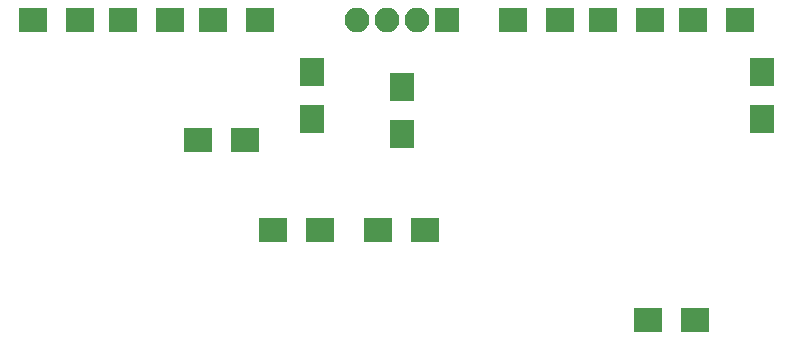
<source format=gbr>
G04 #@! TF.FileFunction,Soldermask,Bot*
%FSLAX46Y46*%
G04 Gerber Fmt 4.6, Leading zero omitted, Abs format (unit mm)*
G04 Created by KiCad (PCBNEW 4.0.7) date 07/09/18 18:26:11*
%MOMM*%
%LPD*%
G01*
G04 APERTURE LIST*
%ADD10C,0.100000*%
%ADD11R,2.100000X2.100000*%
%ADD12O,2.100000X2.100000*%
%ADD13R,2.400000X2.100000*%
%ADD14R,2.100000X2.400000*%
G04 APERTURE END LIST*
D10*
D11*
X162560000Y-80010000D03*
D12*
X160020000Y-80010000D03*
X157480000Y-80010000D03*
X154940000Y-80010000D03*
D13*
X141510000Y-90170000D03*
X145510000Y-90170000D03*
X147860000Y-97790000D03*
X151860000Y-97790000D03*
X156750000Y-97790000D03*
X160750000Y-97790000D03*
X131540000Y-80010000D03*
X127540000Y-80010000D03*
X139160000Y-80010000D03*
X135160000Y-80010000D03*
X146780000Y-80010000D03*
X142780000Y-80010000D03*
D14*
X151130000Y-88360000D03*
X151130000Y-84360000D03*
X158750000Y-85630000D03*
X158750000Y-89630000D03*
D13*
X172180000Y-80010000D03*
X168180000Y-80010000D03*
X179800000Y-80010000D03*
X175800000Y-80010000D03*
X187420000Y-80010000D03*
X183420000Y-80010000D03*
D14*
X189230000Y-88360000D03*
X189230000Y-84360000D03*
D13*
X179610000Y-105410000D03*
X183610000Y-105410000D03*
M02*

</source>
